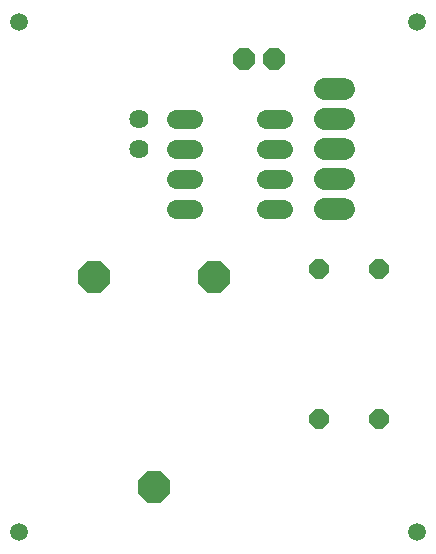
<source format=gbs>
G75*
%MOIN*%
%OFA0B0*%
%FSLAX25Y25*%
%IPPOS*%
%LPD*%
%AMOC8*
5,1,8,0,0,1.08239X$1,22.5*
%
%ADD10C,0.05918*%
%ADD11OC8,0.10800*%
%ADD12OC8,0.07100*%
%ADD13C,0.06400*%
%ADD14OC8,0.06400*%
%ADD15C,0.07200*%
%ADD16C,0.06400*%
D10*
X0021800Y0026800D03*
X0154300Y0026800D03*
X0154300Y0196800D03*
X0021800Y0196800D03*
D11*
X0046800Y0111800D03*
X0086800Y0111800D03*
X0066800Y0041800D03*
D12*
X0096800Y0184300D03*
X0106800Y0184300D03*
D13*
X0104000Y0164300D02*
X0109600Y0164300D01*
X0109600Y0154300D02*
X0104000Y0154300D01*
X0104000Y0144300D02*
X0109600Y0144300D01*
X0109600Y0134300D02*
X0104000Y0134300D01*
X0079600Y0134300D02*
X0074000Y0134300D01*
X0074000Y0144300D02*
X0079600Y0144300D01*
X0079600Y0154300D02*
X0074000Y0154300D01*
X0074000Y0164300D02*
X0079600Y0164300D01*
D14*
X0121800Y0114300D03*
X0141800Y0114300D03*
X0141800Y0064300D03*
X0121800Y0064300D03*
D15*
X0123600Y0134300D02*
X0130000Y0134300D01*
X0130000Y0144300D02*
X0123600Y0144300D01*
X0123600Y0154300D02*
X0130000Y0154300D01*
X0130000Y0164300D02*
X0123600Y0164300D01*
X0123600Y0174300D02*
X0130000Y0174300D01*
D16*
X0061800Y0164300D03*
X0061800Y0154300D03*
M02*

</source>
